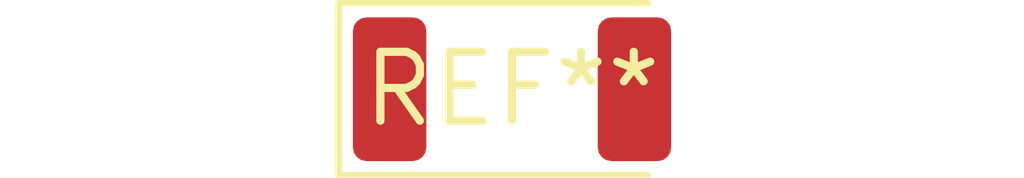
<source format=kicad_pcb>
(kicad_pcb (version 20240108) (generator pcbnew)
  (layers (0 "F.Cu" signal) (31 "B.Cu" signal) (34 "B.Paste" user) (35 "F.Paste" user) (36 "B.SilkS" user "B.Silkscreen") (37 "F.SilkS" user "F.Silkscreen") (38 "B.Mask" user) (39 "F.Mask" user) (44 "Edge.Cuts" user))
  (net 0 "")
  (footprint "D_2010_5025Metric" (layer "F.Cu") (at 0 0)
    (property "Reference" "REF**")
    (property "Value" "D_2010_5025Metric")
    (fp_line (start -3.185 -1.585) (end -3.185 1.585) (layer "F.SilkS") (stroke (width 0.12)))
    (fp_line (start -3.185 1.585) (end 2.5 1.585) (layer "F.SilkS") (stroke (width 0.12)))
    (fp_line (start 2.5 -1.585) (end -3.185 -1.585) (layer "F.SilkS") (stroke (width 0.12)))
    (pad "1" smd roundrect (at -2.25 0) (size 1.35 2.65) (layers "F.Cu" "F.Paste" "F.Mask") (roundrect_rratio 0.185185))
    (pad "2" smd roundrect (at 2.25 0) (size 1.35 2.65) (layers "F.Cu" "F.Paste" "F.Mask") (roundrect_rratio 0.185185))
  )
)
</source>
